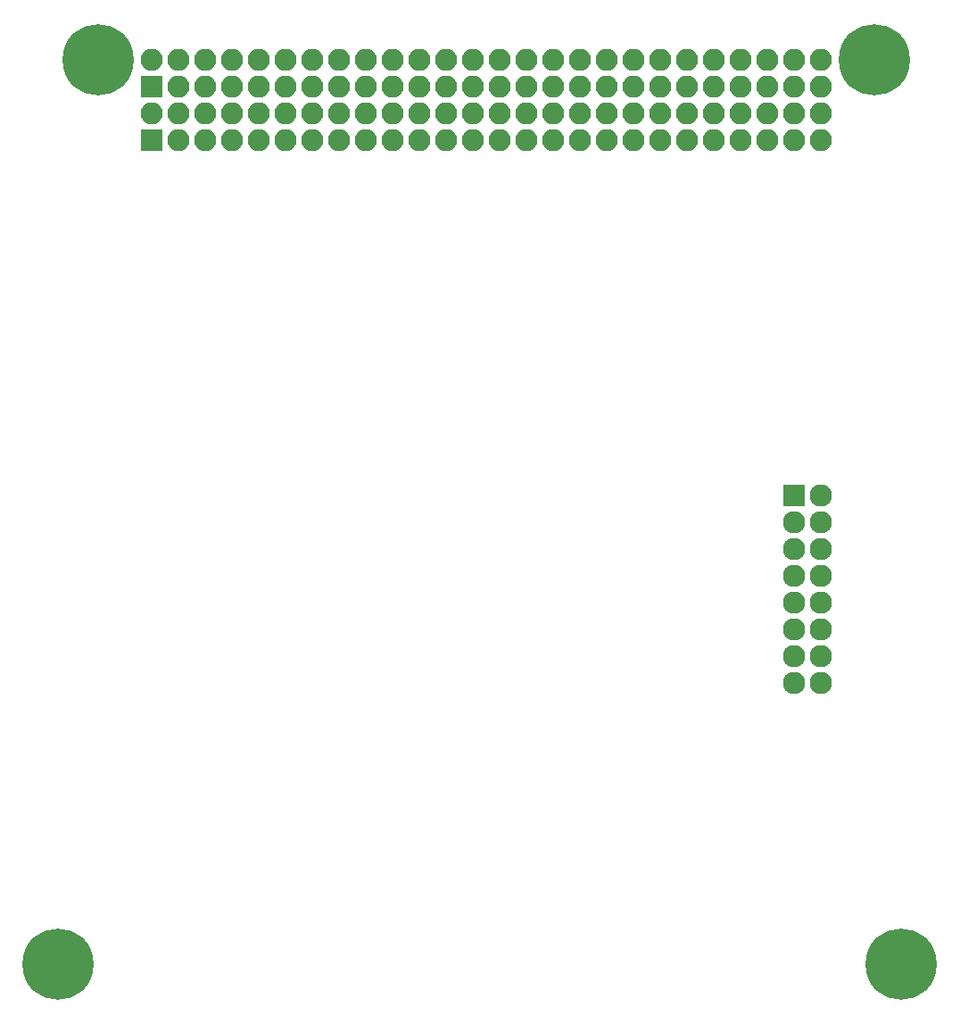
<source format=gbs>
%TF.GenerationSoftware,KiCad,Pcbnew,5.0.0*%
%TF.CreationDate,2018-07-28T16:51:02-05:00*%
%TF.ProjectId,motherboard,6D6F74686572626F6172642E6B696361,rev?*%
%TF.SameCoordinates,Original*%
%TF.FileFunction,Soldermask,Bot*%
%TF.FilePolarity,Negative*%
%FSLAX46Y46*%
G04 Gerber Fmt 4.6, Leading zero omitted, Abs format (unit mm)*
G04 Created by KiCad (PCBNEW 5.0.0) date Sat Jul 28 16:51:02 2018*
%MOMM*%
%LPD*%
G01*
G04 APERTURE LIST*
%ADD10R,2.127200X2.127200*%
%ADD11O,2.127200X2.127200*%
%ADD12R,2.100000X2.100000*%
%ADD13O,2.100000X2.100000*%
%ADD14C,6.750000*%
G04 APERTURE END LIST*
D10*
X187960000Y-92710000D03*
D11*
X190500000Y-92710000D03*
X187960000Y-95250000D03*
X190500000Y-95250000D03*
X187960000Y-97790000D03*
X190500000Y-97790000D03*
X187960000Y-100330000D03*
X190500000Y-100330000D03*
X187960000Y-102870000D03*
X190500000Y-102870000D03*
X187960000Y-105410000D03*
X190500000Y-105410000D03*
X187960000Y-107950000D03*
X190500000Y-107950000D03*
X187960000Y-110490000D03*
X190500000Y-110490000D03*
D12*
X127000000Y-59055000D03*
D13*
X127000000Y-56515000D03*
X129540000Y-59055000D03*
X129540000Y-56515000D03*
X132080000Y-59055000D03*
X132080000Y-56515000D03*
X134620000Y-59055000D03*
X134620000Y-56515000D03*
X137160000Y-59055000D03*
X137160000Y-56515000D03*
X139700000Y-59055000D03*
X139700000Y-56515000D03*
X142240000Y-59055000D03*
X142240000Y-56515000D03*
X144780000Y-59055000D03*
X144780000Y-56515000D03*
X147320000Y-59055000D03*
X147320000Y-56515000D03*
X149860000Y-59055000D03*
X149860000Y-56515000D03*
X152400000Y-59055000D03*
X152400000Y-56515000D03*
X154940000Y-59055000D03*
X154940000Y-56515000D03*
X157480000Y-59055000D03*
X157480000Y-56515000D03*
X160020000Y-59055000D03*
X160020000Y-56515000D03*
X162560000Y-59055000D03*
X162560000Y-56515000D03*
X165100000Y-59055000D03*
X165100000Y-56515000D03*
X167640000Y-59055000D03*
X167640000Y-56515000D03*
X170180000Y-59055000D03*
X170180000Y-56515000D03*
X172720000Y-59055000D03*
X172720000Y-56515000D03*
X175260000Y-59055000D03*
X175260000Y-56515000D03*
X177800000Y-59055000D03*
X177800000Y-56515000D03*
X180340000Y-59055000D03*
X180340000Y-56515000D03*
X182880000Y-59055000D03*
X182880000Y-56515000D03*
X185420000Y-59055000D03*
X185420000Y-56515000D03*
X187960000Y-59055000D03*
X187960000Y-56515000D03*
X190500000Y-59055000D03*
X190500000Y-56515000D03*
D12*
X127000000Y-53975000D03*
D13*
X127000000Y-51435000D03*
X129540000Y-53975000D03*
X129540000Y-51435000D03*
X132080000Y-53975000D03*
X132080000Y-51435000D03*
X134620000Y-53975000D03*
X134620000Y-51435000D03*
X137160000Y-53975000D03*
X137160000Y-51435000D03*
X139700000Y-53975000D03*
X139700000Y-51435000D03*
X142240000Y-53975000D03*
X142240000Y-51435000D03*
X144780000Y-53975000D03*
X144780000Y-51435000D03*
X147320000Y-53975000D03*
X147320000Y-51435000D03*
X149860000Y-53975000D03*
X149860000Y-51435000D03*
X152400000Y-53975000D03*
X152400000Y-51435000D03*
X154940000Y-53975000D03*
X154940000Y-51435000D03*
X157480000Y-53975000D03*
X157480000Y-51435000D03*
X160020000Y-53975000D03*
X160020000Y-51435000D03*
X162560000Y-53975000D03*
X162560000Y-51435000D03*
X165100000Y-53975000D03*
X165100000Y-51435000D03*
X167640000Y-53975000D03*
X167640000Y-51435000D03*
X170180000Y-53975000D03*
X170180000Y-51435000D03*
X172720000Y-53975000D03*
X172720000Y-51435000D03*
X175260000Y-53975000D03*
X175260000Y-51435000D03*
X177800000Y-53975000D03*
X177800000Y-51435000D03*
X180340000Y-53975000D03*
X180340000Y-51435000D03*
X182880000Y-53975000D03*
X182880000Y-51435000D03*
X185420000Y-53975000D03*
X185420000Y-51435000D03*
X187960000Y-53975000D03*
X187960000Y-51435000D03*
X190500000Y-53975000D03*
X190500000Y-51435000D03*
D14*
X121920000Y-51435000D03*
X195580000Y-51435000D03*
X198120000Y-137160000D03*
X118110000Y-137160000D03*
M02*

</source>
